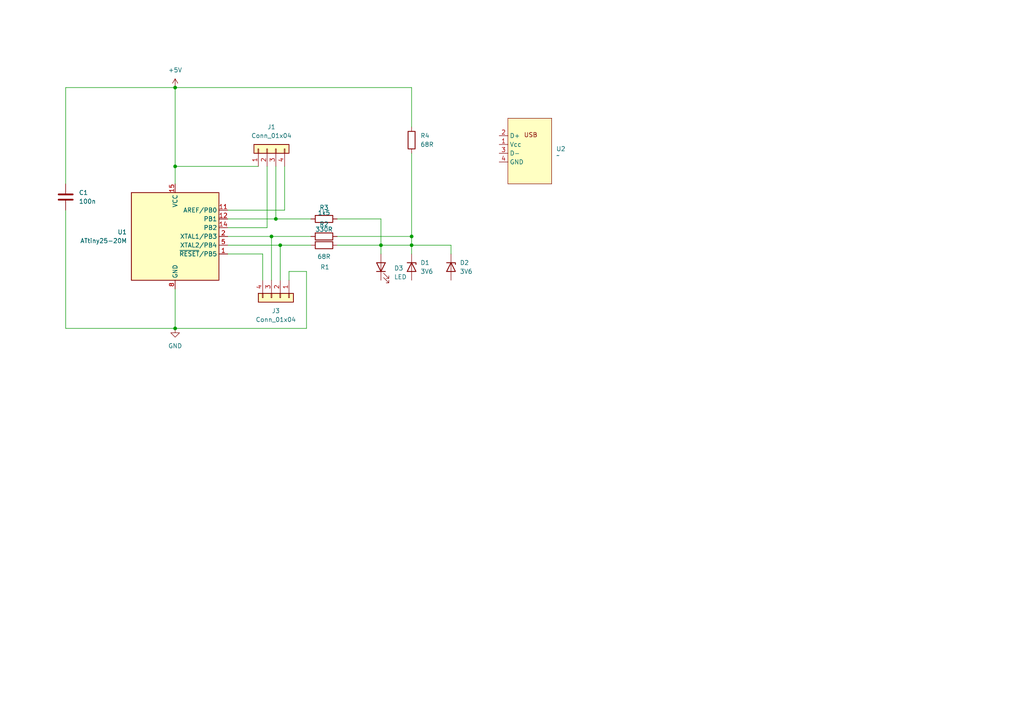
<source format=kicad_sch>
(kicad_sch (version 20231120) (generator "eeschema") (generator_version "8.0")
  (paper "A4")
  (lib_symbols
    (symbol "Connector_Generic:Conn_01x04" (pin_names (offset 1.016) hide)
      (property "Reference" "J" (at 0 5.08 0))
      (property "Value" "Conn_01x04" (at 0 -7.62 0))
      (symbol "Conn_01x04_1_1"
        (rectangle (start -1.27 -4.953) (end 0 -5.207) (stroke (width 0.1524)))
        (rectangle (start -1.27 -2.413) (end 0 -2.667) (stroke (width 0.1524)))
        (rectangle (start -1.27 0.127) (end 0 -0.127) (stroke (width 0.1524)))
        (rectangle (start -1.27 2.667) (end 0 2.413) (stroke (width 0.1524)))
        (rectangle (start -1.27 3.81) (end 1.27 -6.35) (stroke (width 0.254)) (fill (type background)))
        (pin passive line (at -5.08 2.54 0) (length 3.81) (name "Pin_1") (number "1"))
        (pin passive line (at -5.08 0 0) (length 3.81) (name "Pin_2") (number "2"))
        (pin passive line (at -5.08 -2.54 0) (length 3.81) (name "Pin_3") (number "3"))
        (pin passive line (at -5.08 -5.08 0) (length 3.81) (name "Pin_4") (number "4"))
      )
    )
    (symbol "Device:C" (pin_numbers hide) (pin_names (offset 0.254))
      (property "Reference" "C" (at 0.635 2.54 0))
      (property "Value" "C" (at 0.635 -2.54 0))
      (symbol "C_0_1"
        (polyline (pts (xy -2.032 -0.762) (xy 2.032 -0.762)) (stroke (width 0.508)))
        (polyline (pts (xy -2.032 0.762) (xy 2.032 0.762)) (stroke (width 0.508)))
      )
      (symbol "C_1_1"
        (pin passive line (at 0 3.81 270) (length 2.794) (name "~") (number "1"))
        (pin passive line (at 0 -3.81 90) (length 2.794) (name "~") (number "2"))
      )
    )
    (symbol "Device:D_Zener" (pin_numbers hide) (pin_names (offset 1.016) hide)
      (property "Reference" "D" (at 0 2.54 0))
      (property "Value" "D_Zener" (at 0 -2.54 0))
      (symbol "D_Zener_0_1"
        (polyline (pts (xy 1.27 0) (xy -1.27 0)))
        (polyline (pts (xy -1.27 -1.27) (xy -1.27 1.27) (xy -0.762 1.27)) (stroke (width 0.254)))
        (polyline (pts (xy 1.27 -1.27) (xy 1.27 1.27) (xy -1.27 0) (xy 1.27 -1.27)) (stroke (width 0.254)))
      )
      (symbol "D_Zener_1_1"
        (pin passive line (at -3.81 0 0) (length 2.54) (name "K") (number "1"))
        (pin passive line (at 3.81 0 180) (length 2.54) (name "A") (number "2"))
      )
    )
    (symbol "Device:LED" (pin_numbers hide) (pin_names (offset 1.016) hide)
      (property "Reference" "D" (at 0 2.54 0))
      (property "Value" "LED" (at 0 -2.54 0))
      (symbol "LED_0_1"
        (polyline (pts (xy -1.27 -1.27) (xy -1.27 1.27)) (stroke (width 0.254)))
        (polyline (pts (xy -1.27 0) (xy 1.27 0)))
        (polyline (pts (xy 1.27 -1.27) (xy 1.27 1.27) (xy -1.27 0) (xy 1.27 -1.27)) (stroke (width 0.254)))
        (polyline (pts (xy -3.048 -0.762) (xy -4.572 -2.286) (xy -3.81 -2.286) (xy -4.572 -2.286) (xy -4.572 -1.524)))
        (polyline (pts (xy -1.778 -0.762) (xy -3.302 -2.286) (xy -2.54 -2.286) (xy -3.302 -2.286) (xy -3.302 -1.524)))
      )
      (symbol "LED_1_1"
        (pin passive line (at -3.81 0 0) (length 2.54) (name "K") (number "1"))
        (pin passive line (at 3.81 0 180) (length 2.54) (name "A") (number "2"))
      )
    )
    (symbol "Device:R" (pin_numbers hide) (pin_names (offset 0))
      (property "Reference" "R" (at 2.032 0 90))
      (property "Value" "R" (at 0 0 90))
      (symbol "R_0_1"
        (rectangle (start -1.016 -2.54) (end 1.016 2.54) (stroke (width 0.254)))
      )
      (symbol "R_1_1"
        (pin passive line (at 0 3.81 270) (length 1.27) (name "~") (number "1"))
        (pin passive line (at 0 -3.81 90) (length 1.27) (name "~") (number "2"))
      )
    )
    (symbol "LED_CustomSymbol:PCB_USB_Connector"
      (property "Reference" "U" (at -1.27 6.35 0))
      (symbol "PCB_USB_Connector_1_1"
        (rectangle (start 0 19.05) (end 12.7 0) (fill (type background)))
        (text "USB" (at 6.604 14.224 0) (effects (font (size 1.27 1.27))))
        (pin power_in line (at -2.54 11.43 0) (length 2.54) (name "Vcc") (number "1"))
        (pin bidirectional line (at -2.54 13.97 0) (length 2.54) (name "D+") (number "2"))
        (pin bidirectional line (at -2.54 8.89 0) (length 2.54) (name "D-") (number "3"))
        (pin power_in line (at -2.54 6.35 0) (length 2.54) (name "GND") (number "4"))
      )
    )
    (symbol "MCU_Microchip_ATtiny:ATtiny25-20M"
      (property "Reference" "U" (at -12.7 13.97 0))
      (property "Value" "ATtiny25-20M" (at 2.54 -13.97 0))
      (symbol "ATtiny25-20M_0_1"
        (rectangle (start -12.7 -12.7) (end 12.7 12.7) (stroke (width 0.254)) (fill (type background)))
      )
      (symbol "ATtiny25-20M_1_1"
        (pin bidirectional line (at 15.24 -5.08 180) (length 2.54) (name "~{RESET}/PB5") (number "1"))
        (pin no_connect line (at -12.7 -2.54 0) (length 2.54) hide (name "NC") (number "10"))
        (pin bidirectional line (at 15.24 7.62 180) (length 2.54) (name "AREF/PB0") (number "11"))
        (pin bidirectional line (at 15.24 5.08 180) (length 2.54) (name "PB1") (number "12"))
        (pin no_connect line (at -12.7 -5.08 0) (length 2.54) hide (name "NC") (number "13"))
        (pin bidirectional line (at 15.24 2.54 180) (length 2.54) (name "PB2") (number "14"))
        (pin power_in line (at 0 15.24 270) (length 2.54) (name "VCC") (number "15"))
        (pin no_connect line (at -12.7 -7.62 0) (length 2.54) hide (name "NC") (number "16"))
        (pin no_connect line (at -12.7 -10.16 0) (length 2.54) hide (name "NC") (number "17"))
        (pin no_connect line (at -7.62 -12.7 90) (length 2.54) hide (name "NC") (number "18"))
        (pin no_connect line (at -5.08 -12.7 90) (length 2.54) hide (name "NC") (number "19"))
        (pin bidirectional line (at 15.24 0 180) (length 2.54) (name "XTAL1/PB3") (number "2"))
        (pin no_connect line (at -2.54 -12.7 90) (length 2.54) hide (name "NC") (number "20"))
        (pin passive line (at 0 -15.24 90) (length 2.54) hide (name "GND") (number "21"))
        (pin no_connect line (at -12.7 10.16 0) (length 2.54) hide (name "NC") (number "3"))
        (pin no_connect line (at -12.7 7.62 0) (length 2.54) hide (name "NC") (number "4"))
        (pin bidirectional line (at 15.24 -2.54 180) (length 2.54) (name "XTAL2/PB4") (number "5"))
        (pin no_connect line (at -12.7 5.08 0) (length 2.54) hide (name "NC") (number "6"))
        (pin no_connect line (at -12.7 2.54 0) (length 2.54) hide (name "NC") (number "7"))
        (pin power_in line (at 0 -15.24 90) (length 2.54) (name "GND") (number "8"))
        (pin no_connect line (at -12.7 0 0) (length 2.54) hide (name "NC") (number "9"))
      )
    )
    (symbol "power:+5V" (power) (pin_numbers hide) (pin_names (offset 0) hide)
      (property "Value" "+5V" (at 0 3.556 0))
      (symbol "+5V_0_1"
        (polyline (pts (xy -0.762 1.27) (xy 0 2.54)))
        (polyline (pts (xy 0 0) (xy 0 2.54)))
        (polyline (pts (xy 0 2.54) (xy 0.762 1.27)))
      )
      (symbol "+5V_1_1"
        (pin power_in line (at 0 0 90) (length 0) (name "~") (number "1"))
      )
    )
    (symbol "power:GND" (power) (pin_numbers hide) (pin_names (offset 0) hide)
      (property "Value" "GND" (at 0 -3.81 0))
      (symbol "GND_0_1"
        (polyline (pts (xy 0 0) (xy 0 -1.27) (xy 1.27 -1.27) (xy 0 -2.54) (xy -1.27 -1.27) (xy 0 -1.27)))
      )
      (symbol "GND_1_1"
        (pin power_in line (at 0 0 270) (length 0) (name "~") (number "1"))
      )
    )
  )
  (junction (at 110.49 71.12))
  (junction (at 81.28 71.12))
  (junction (at 119.38 71.12))
  (junction (at 119.38 68.58))
  (junction (at 50.8 48.26))
  (junction (at 78.74 68.58))
  (junction (at 50.8 25.4))
  (junction (at 50.8 95.25))
  (junction (at 80.01 63.5))
  (wire (pts (xy 110.49 63.5) (xy 97.79 63.5)))
  (wire (pts (xy 110.49 71.12) (xy 110.49 63.5)))
  (wire (pts (xy 97.79 71.12) (xy 110.49 71.12)))
  (wire (pts (xy 19.05 25.4) (xy 19.05 53.34)))
  (wire (pts (xy 77.47 66.04) (xy 77.47 48.26)))
  (wire (pts (xy 110.49 71.12) (xy 119.38 71.12)))
  (wire (pts (xy 119.38 71.12) (xy 119.38 73.66)))
  (wire (pts (xy 78.74 68.58) (xy 78.74 81.28)))
  (wire (pts (xy 50.8 25.4) (xy 50.8 48.26)))
  (wire (pts (xy 50.8 95.25) (xy 50.8 83.82)))
  (wire (pts (xy 110.49 71.12) (xy 110.49 73.66)))
  (wire (pts (xy 66.04 71.12) (xy 81.28 71.12)))
  (wire (pts (xy 76.2 73.66) (xy 76.2 81.28)))
  (wire (pts (xy 50.8 95.25) (xy 88.9 95.25)))
  (wire (pts (xy 119.38 25.4) (xy 119.38 36.83)))
  (wire (pts (xy 83.82 78.74) (xy 83.82 81.28)))
  (wire (pts (xy 81.28 81.28) (xy 81.28 71.12)))
  (wire (pts (xy 88.9 78.74) (xy 88.9 95.25)))
  (wire (pts (xy 50.8 48.26) (xy 50.8 53.34)))
  (wire (pts (xy 80.01 63.5) (xy 90.17 63.5)))
  (wire (pts (xy 66.04 60.96) (xy 82.55 60.96)))
  (wire (pts (xy 119.38 44.45) (xy 119.38 68.58)))
  (wire (pts (xy 80.01 63.5) (xy 80.01 48.26)))
  (wire (pts (xy 19.05 95.25) (xy 50.8 95.25)))
  (wire (pts (xy 82.55 60.96) (xy 82.55 48.26)))
  (wire (pts (xy 66.04 68.58) (xy 78.74 68.58)))
  (wire (pts (xy 19.05 60.96) (xy 19.05 95.25)))
  (wire (pts (xy 66.04 73.66) (xy 76.2 73.66)))
  (wire (pts (xy 74.93 48.26) (xy 50.8 48.26)))
  (wire (pts (xy 119.38 68.58) (xy 119.38 71.12)))
  (wire (pts (xy 78.74 68.58) (xy 90.17 68.58)))
  (wire (pts (xy 66.04 66.04) (xy 77.47 66.04)))
  (wire (pts (xy 19.05 25.4) (xy 50.8 25.4)))
  (wire (pts (xy 130.81 71.12) (xy 130.81 73.66)))
  (wire (pts (xy 88.9 78.74) (xy 83.82 78.74)))
  (wire (pts (xy 50.8 25.4) (xy 119.38 25.4)))
  (wire (pts (xy 119.38 71.12) (xy 130.81 71.12)))
  (wire (pts (xy 66.04 63.5) (xy 80.01 63.5)))
  (wire (pts (xy 97.79 68.58) (xy 119.38 68.58)))
  (wire (pts (xy 81.28 71.12) (xy 90.17 71.12)))
  (symbol (lib_id "MCU_Microchip_ATtiny:ATtiny25-20M") (at 50.8 68.58 0) (unit 1)
    (property "Reference" "U1" (at 36.83 67.3099 0) (effects (justify right)))
    (property "Value" "ATtiny25-20M" (at 36.83 69.8499 0) (effects (justify right)))
    (property "Footprint" "Package_DFN_QFN:QFN-20-1EP_4x4mm_P0.5mm_EP2.6x2.6mm" (effects (hide yes)))
    (property "Datasheet" "http://ww1.microchip.com/downloads/en/DeviceDoc/atmel-2586-avr-8-bit-microcontroller-attiny25-attiny45-attiny85_datasheet.pdf" (effects (hide yes)))
    (property "Description" "20MHz, 2kB Flash, 128B SRAM, 128B EEPROM, debugWIRE, QFN-20" (effects (hide yes)))
  )
  (symbol (lib_id "Device:R") (at 93.98 71.12 90) (unit 1)
    (property "Reference" "R1" (at 94.234 77.47 90))
    (property "Value" "68R" (at 93.98 74.422 90))
    (property "Footprint" "Resistor_SMD:R_0805_2012Metric_Pad1.20x1.40mm_HandSolder" (effects (hide yes)))
    (property "Description" "Resistor" (effects (hide yes)))
  )
  (symbol (lib_id "power:GND") (at 50.8 95.25 0) (unit 1)
    (property "Reference" "#PWR02" (effects (hide yes)))
    (property "Value" "GND" (at 50.8 100.33 0))
    (property "Description" "Power symbol creates a global label with name \"GND\" , ground" (effects (hide yes)))
  )
  (symbol (lib_id "Connector_Generic:Conn_01x04") (at 77.47 43.18 90) (unit 1)
    (property "Reference" "J1" (at 78.74 36.83 90))
    (property "Value" "Conn_01x04" (at 78.74 39.37 90))
    (property "Footprint" "TerminalBlock_Altech:Altech_AK100_1x13_P5.00mm" (effects (hide yes)))
    (property "Description" "Generic connector, single row, 01x04, script generated (kicad-library-utils/schlib/autogen/connector/)" (effects (hide yes)))
  )
  (symbol (lib_id "LED_CustomSymbol:PCB_USB_Connector") (at 147.32 53.34 0) (unit 1)
    (property "Reference" "U2" (at 161.29 43.1799 0) (effects (justify left)))
    (property "Value" "~" (at 161.29 45.085 0) (effects (justify left)))
  )
  (symbol (lib_id "Connector_Generic:Conn_01x04") (at 81.28 86.36 270) (unit 1)
    (property "Reference" "J3" (at 80.01 90.17 90))
    (property "Value" "Conn_01x04" (at 80.01 92.71 90))
    (property "Footprint" "TerminalBlock_Altech:Altech_AK100_1x17_P5.00mm" (effects (hide yes)))
    (property "Description" "Generic connector, single row, 01x04, script generated (kicad-library-utils/schlib/autogen/connector/)" (effects (hide yes)))
  )
  (symbol (lib_id "Device:R") (at 93.98 63.5 90) (unit 1)
    (property "Reference" "R3" (at 93.98 60.198 90))
    (property "Value" "1k5" (at 93.98 61.722 90))
    (property "Footprint" "Resistor_SMD:R_0805_2012Metric_Pad1.20x1.40mm_HandSolder" (effects (hide yes)))
    (property "Description" "Resistor" (effects (hide yes)))
  )
  (symbol (lib_id "Device:LED") (at 110.49 77.47 90) (unit 1)
    (property "Reference" "D3" (at 114.3 77.7874 90) (effects (justify right)))
    (property "Value" "LED" (at 114.3 80.3274 90) (effects (justify right)))
    (property "Footprint" "LED_SMD:LED_RGB_1210" (effects (hide yes)))
    (property "Description" "Light emitting diode" (effects (hide yes)))
  )
  (symbol (lib_id "Device:D_Zener") (at 119.38 77.47 270) (unit 1)
    (property "Reference" "D1" (at 121.92 76.1999 90) (effects (justify left)))
    (property "Value" "3V6" (at 121.92 78.7399 90) (effects (justify left)))
    (property "Footprint" "Diode_SMD:Littelfuse_PolyZen-LS" (effects (hide yes)))
    (property "Description" "Zener diode" (effects (hide yes)))
  )
  (symbol (lib_id "Device:R") (at 93.98 68.58 90) (unit 1)
    (property "Reference" "R2" (at 93.98 65.024 90))
    (property "Value" "330R" (at 93.98 66.548 90))
    (property "Footprint" "Resistor_SMD:R_0805_2012Metric_Pad1.20x1.40mm_HandSolder" (effects (hide yes)))
    (property "Description" "Resistor" (effects (hide yes)))
  )
  (symbol (lib_id "Device:C") (at 19.05 57.15 0) (unit 1)
    (property "Reference" "C1" (at 22.86 55.8799 0) (effects (justify left)))
    (property "Value" "100n" (at 22.86 58.4199 0) (effects (justify left)))
    (property "Footprint" "Capacitor_SMD:CP_Elec_5x3" (effects (hide yes)))
    (property "Description" "Unpolarized capacitor" (effects (hide yes)))
  )
  (symbol (lib_id "Device:D_Zener") (at 130.81 77.47 270) (unit 1)
    (property "Reference" "D2" (at 133.35 76.1999 90) (effects (justify left)))
    (property "Value" "3V6" (at 133.35 78.7399 90) (effects (justify left)))
    (property "Footprint" "Diode_SMD:Littelfuse_PolyZen-LS" (effects (hide yes)))
    (property "Description" "Zener diode" (effects (hide yes)))
  )
  (symbol (lib_id "Device:R") (at 119.38 40.64 0) (unit 1)
    (property "Reference" "R4" (at 121.92 39.3699 0) (effects (justify left)))
    (property "Value" "68R" (at 121.92 41.9099 0) (effects (justify left)))
    (property "Footprint" "Resistor_SMD:R_0805_2012Metric_Pad1.20x1.40mm_HandSolder" (effects (hide yes)))
    (property "Description" "Resistor" (effects (hide yes)))
  )
  (symbol (lib_id "power:+5V") (at 50.8 25.4 0) (unit 1)
    (property "Reference" "#PWR01" (effects (hide yes)))
    (property "Value" "+5V" (at 50.8 20.32 0))
    (property "Description" "Power symbol creates a global label with name \"+5V\"" (effects (hide yes)))
  )
)
</source>
